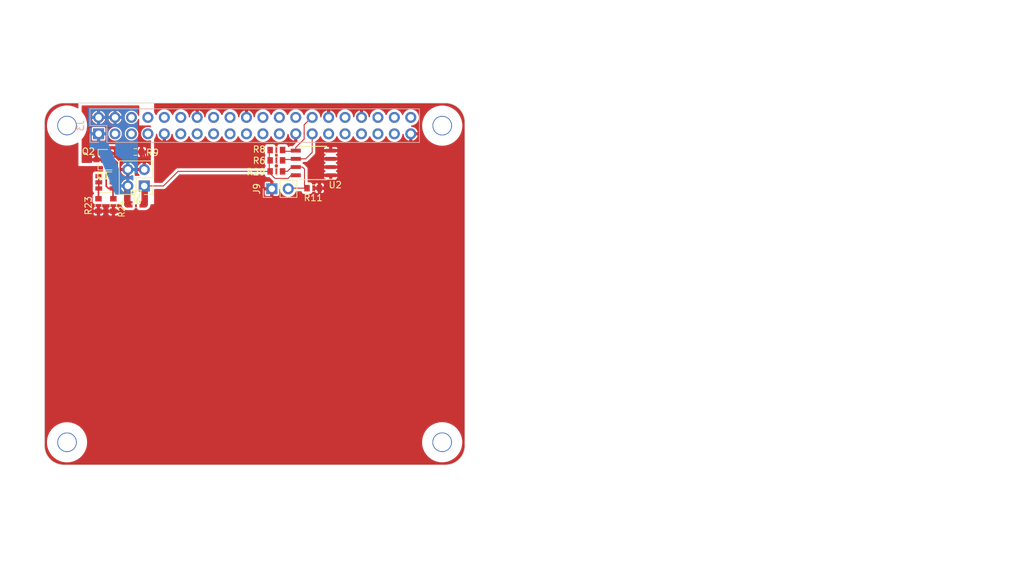
<source format=kicad_pcb>
(kicad_pcb (version 20221018) (generator pcbnew)
  (layers (0 "F.Cu" signal) (1 "In1.Cu" signal) (2 "In2.Cu" signal) (31 "B.Cu" signal) (34 "B.Paste" user) (35 "F.Paste" user) (36 "B.SilkS" user "B.Silkscreen") (37 "F.SilkS" user "F.Silkscreen") (38 "B.Mask" user) (39 "F.Mask" user) (44 "Edge.Cuts" user))
  (net 0 "")
  (net 1 "GND")
  (net 2 "/ID_SD_EEPROM")
  (net 3 "/ID_SC_EEPROM")
  (net 4 "Net-(Q1-Pad1)")
  (net 5 "Net-(Q2-Pad1)")
  (net 6 "/P3V3_HAT")
  (net 7 "/P5V_HAT")
  (net 8 "/P3V3")
  (net 9 "/P5V")
  (net 10 "Net-(J9-Pad2)")
  (net 11 "Net-(J3-Pad3)")
  (net 12 "Net-(J3-Pad5)")
  (net 13 "Net-(J3-Pad7)")
  (net 14 "Net-(J3-Pad8)")
  (net 15 "Net-(J3-Pad10)")
  (net 16 "Net-(J3-Pad11)")
  (net 17 "Net-(J3-Pad12)")
  (net 18 "Net-(J3-Pad13)")
  (net 19 "Net-(J3-Pad15)")
  (net 20 "Net-(J3-Pad16)")
  (net 21 "Net-(J3-Pad17)")
  (net 22 "Net-(J3-Pad18)")
  (net 23 "Net-(J3-Pad19)")
  (net 24 "Net-(J3-Pad21)")
  (net 25 "Net-(J3-Pad22)")
  (net 26 "Net-(J3-Pad23)")
  (net 27 "Net-(J3-Pad24)")
  (net 28 "Net-(J3-Pad26)")
  (net 29 "Net-(J3-Pad29)")
  (net 30 "Net-(J3-Pad31)")
  (net 31 "Net-(J3-Pad32)")
  (net 32 "Net-(J3-Pad33)")
  (net 33 "Net-(J3-Pad35)")
  (net 34 "Net-(J3-Pad36)")
  (net 35 "Net-(J3-Pad37)")
  (net 36 "Net-(J3-Pad38)")
  (net 37 "Net-(J3-Pad40)")
  (footprint "project_footprints:NPTH_3mm_ID" (layer "F.Cu") (at 82.04 64.31)
    (fp_text reference "H1" (at 0.06 0.09) (layer "F.SilkS"))
    (fp_text value "3mm_Mounting_Hole" hide)
    (pad "" np_thru_hole circle locked (at 0 0) (size 3 3) (drill 2.75) (layers "*.Cu" "*.Mask") (clearance 1.6))
  )
  (footprint "project_footprints:NPTH_3mm_ID" (layer "F.Cu") (at 140.04 64.33)
    (fp_text reference "H2" (at 0.06 0.09) (layer "F.SilkS"))
    (fp_text value "3mm_Mounting_Hole" hide)
    (pad "" np_thru_hole circle locked (at 0 0) (size 3 3) (drill 2.75) (layers "*.Cu" "*.Mask") (clearance 1.6))
  )
  (footprint "project_footprints:NPTH_3mm_ID" (layer "F.Cu") (at 82.04 113.32)
    (fp_text reference "H3" (at 0.06 0.09) (layer "F.SilkS"))
    (fp_text value "3mm_Mounting_Hole" hide)
    (pad "" np_thru_hole circle locked (at 0 0) (size 3 3) (drill 2.75) (layers "*.Cu" "*.Mask") (clearance 1.6))
  )
  (footprint "project_footprints:NPTH_3mm_ID" (layer "F.Cu") (at 140.03 113.31)
    (fp_text reference "H4" (at 0.06 0.09) (layer "F.SilkS"))
    (fp_text value "3mm_Mounting_Hole" hide)
    (pad "" np_thru_hole circle locked (at 0 0) (size 3 3) (drill 2.75) (layers "*.Cu" "*.Mask") (clearance 1.6))
  )
  (footprint "Resistor_SMD:R_0603_1608Metric_Pad0.84x1.00mm_HandSolder" (layer "F.Cu") (at 92.6 68.4)
    (fp_text reference "R9" (at 2.65 0.1) (layer "F.SilkS"))
    (fp_text value "DNP")
    (fp_line (start -0.22 -0.51) (end 0.22 -0.51) (stroke (width 0.12)) (layer "F.SilkS"))
    (fp_line (start -0.22 0.51) (end 0.22 0.51) (stroke (width 0.12)) (layer "F.SilkS"))
    (pad "1" smd rect (at -0.9625 0) (size 0.845 1) (layers "F.Cu" "F.Paste" "F.Mask") (net 7 "/P5V_HAT"))
    (pad "2" smd rect (at 0.9625 0) (size 0.845 1) (layers "F.Cu" "F.Paste" "F.Mask") (net 9 "/P5V"))
  )
  (footprint "Resistor_SMD:R_0603_1608Metric_Pad0.84x1.00mm_HandSolder" (layer "F.Cu") (at 92.7 76.5)
    (fp_text reference "R7" (at 0 -1.65) (layer "F.SilkS"))
    (fp_text value "DNP")
    (fp_line (start -0.22 -0.51) (end 0.22 -0.51) (stroke (width 0.12)) (layer "F.SilkS"))
    (fp_line (start -0.22 0.51) (end 0.22 0.51) (stroke (width 0.12)) (layer "F.SilkS"))
    (pad "1" smd rect (at -0.9625 0) (size 0.845 1) (layers "F.Cu" "F.Paste" "F.Mask") (net 6 "/P3V3_HAT"))
    (pad "2" smd rect (at 0.9625 0) (size 0.845 1) (layers "F.Cu" "F.Paste" "F.Mask") (net 8 "/P3V3"))
  )
  (footprint "Resistor_SMD:R_0603_1608Metric_Pad0.84x1.00mm_HandSolder" (layer "F.Cu") (at 114.4 68.1)
    (fp_text reference "R8" (at -2.65 -0.1) (layer "F.SilkS"))
    (fp_text value "3.9K")
    (fp_line (start -0.22 -0.51) (end 0.22 -0.51) (stroke (width 0.12)) (layer "F.SilkS"))
    (fp_line (start -0.22 0.51) (end 0.22 0.51) (stroke (width 0.12)) (layer "F.SilkS"))
    (pad "1" smd rect (at -0.9625 0) (size 0.845 1) (layers "F.Cu" "F.Paste" "F.Mask") (net 8 "/P3V3"))
    (pad "2" smd rect (at 0.9625 0) (size 0.845 1) (layers "F.Cu" "F.Paste" "F.Mask") (net 3 "/ID_SC_EEPROM"))
  )
  (footprint "Resistor_SMD:R_0603_1608Metric_Pad0.84x1.00mm_HandSolder" (layer "F.Cu") (at 120.1 74)
    (fp_text reference "R11" (at 0 1.5) (layer "F.SilkS"))
    (fp_text value "DNP")
    (fp_line (start -0.22 -0.51) (end 0.22 -0.51) (stroke (width 0.12)) (layer "F.SilkS"))
    (fp_line (start -0.22 0.51) (end 0.22 0.51) (stroke (width 0.12)) (layer "F.SilkS"))
    (pad "1" smd rect (at -0.9625 0) (size 0.845 1) (layers "F.Cu" "F.Paste" "F.Mask") (net 10 "Net-(J9-Pad2)"))
    (pad "2" smd rect (at 0.9625 0) (size 0.845 1) (layers "F.Cu" "F.Paste" "F.Mask") (net 1 "GND"))
  )
  (footprint "Resistor_SMD:R_0603_1608Metric_Pad0.84x1.00mm_HandSolder" (layer "F.Cu") (at 86.9 76.6 -90)
    (fp_text reference "R23" (at 0.108 1.556 90) (layer "F.SilkS"))
    (fp_text value "22")
    (fp_line (start -0.22 -0.51) (end 0.22 -0.51) (stroke (width 0.12)) (layer "F.SilkS"))
    (fp_line (start -0.22 0.51) (end 0.22 0.51) (stroke (width 0.12)) (layer "F.SilkS"))
    (pad "1" smd rect (at -0.9625 0 270) (size 0.845 1) (layers "F.Cu" "F.Paste" "F.Mask") (net 5 "Net-(Q2-Pad1)"))
    (pad "2" smd rect (at 0.9625 0 270) (size 0.845 1) (layers "F.Cu" "F.Paste" "F.Mask") (net 1 "GND"))
  )
  (footprint "Resistor_SMD:R_0603_1608Metric_Pad0.84x1.00mm_HandSolder" (layer "F.Cu") (at 89.2 76.6 -90)
    (fp_text reference "R24" (at 0.616 -1.3 270) (layer "F.SilkS") (effects (font (size 0.9 0.9) (thickness 0.13))))
    (fp_text value "22")
    (fp_line (start -0.22 -0.51) (end 0.22 -0.51) (stroke (width 0.12)) (layer "F.SilkS"))
    (fp_line (start -0.22 0.51) (end 0.22 0.51) (stroke (width 0.12)) (layer "F.SilkS"))
    (pad "1" smd rect (at -0.9625 0 270) (size 0.845 1) (layers "F.Cu" "F.Paste" "F.Mask") (net 4 "Net-(Q1-Pad1)"))
    (pad "2" smd rect (at 0.9625 0 270) (size 0.845 1) (layers "F.Cu" "F.Paste" "F.Mask") (net 1 "GND"))
  )
  (footprint "Resistor_SMD:R_0603_1608Metric_Pad0.84x1.00mm_HandSolder" (layer "F.Cu") (at 114.4 71.4)
    (fp_text reference "R29" (at -3.15 0.1) (layer "F.SilkS"))
    (fp_text value "10K")
    (fp_line (start -0.22 -0.51) (end 0.22 -0.51) (stroke (width 0.12)) (layer "F.SilkS"))
    (fp_line (start -0.22 0.51) (end 0.22 0.51) (stroke (width 0.12)) (layer "F.SilkS"))
    (pad "1" smd rect (at -0.9625 0) (size 0.845 1) (layers "F.Cu" "F.Paste" "F.Mask") (net 8 "/P3V3"))
    (pad "2" smd rect (at 0.9625 0) (size 0.845 1) (layers "F.Cu" "F.Paste" "F.Mask") (net 10 "Net-(J9-Pad2)"))
  )
  (footprint "Resistor_SMD:R_0603_1608Metric_Pad0.84x1.00mm_HandSolder" (layer "F.Cu") (at 114.4 69.7)
    (fp_text reference "R6" (at -2.65 0.05) (layer "F.SilkS"))
    (fp_text value "3.9K")
    (fp_line (start -0.22 -0.51) (end 0.22 -0.51) (stroke (width 0.12)) (layer "F.SilkS"))
    (fp_line (start -0.22 0.51) (end 0.22 0.51) (stroke (width 0.12)) (layer "F.SilkS"))
    (pad "1" smd rect (at -0.9625 0) (size 0.845 1) (layers "F.Cu" "F.Paste" "F.Mask") (net 8 "/P3V3"))
    (pad "2" smd rect (at 0.9625 0) (size 0.845 1) (layers "F.Cu" "F.Paste" "F.Mask") (net 2 "/ID_SD_EEPROM"))
  )
  (footprint "Package_TO_SOT_SMD:SOT-23-6" (layer "F.Cu") (at 88.05 73.1)
    (fp_text reference "Q2" (at -2.706 -4.774) (layer "F.SilkS"))
    (fp_text value "DMMT5401")
    (fp_line (start -0.9 1.61) (end 0.9 1.61) (stroke (width 0.12)) (layer "F.SilkS"))
    (fp_line (start 0.9 -1.61) (end -1.55 -1.61) (stroke (width 0.12)) (layer "F.SilkS"))
    (pad "1" smd rect (at -1.1 -0.95) (size 1.06 0.65) (layers "F.Cu" "F.Paste" "F.Mask") (net 5 "Net-(Q2-Pad1)"))
    (pad "2" smd rect (at -1.1 0) (size 1.06 0.65) (layers "F.Cu" "F.Paste" "F.Mask") (net 5 "Net-(Q2-Pad1)"))
    (pad "3" smd rect (at -1.1 0.95) (size 1.06 0.65) (layers "F.Cu" "F.Paste" "F.Mask") (net 5 "Net-(Q2-Pad1)"))
    (pad "4" smd rect (at 1.1 0.95) (size 1.06 0.65) (layers "F.Cu" "F.Paste" "F.Mask") (net 4 "Net-(Q1-Pad1)"))
    (pad "5" smd rect (at 1.1 0) (size 1.06 0.65) (layers "F.Cu" "F.Paste" "F.Mask") (net 7 "/P5V_HAT"))
    (pad "6" smd rect (at 1.1 -0.95) (size 1.06 0.65) (layers "F.Cu" "F.Paste" "F.Mask") (net 9 "/P5V"))
  )
  (footprint "Package_TO_SOT_SMD:SOT-23" (layer "F.Cu") (at 87.6 69.6 180)
    (fp_text reference "Q1" (at 0 -2.5 180) (layer "F.SilkS"))
    (fp_text value "DMG2305UX")
    (fp_line (start 0.76 -1.58) (end -1.4 -1.58) (stroke (width 0.12)) (layer "F.SilkS"))
    (fp_line (start 0.76 -1.58) (end 0.76 -0.65) (stroke (width 0.12)) (layer "F.SilkS"))
    (fp_line (start 0.76 1.58) (end -0.7 1.58) (stroke (width 0.12)) (layer "F.SilkS"))
    (fp_line (start 0.76 1.58) (end 0.76 0.65) (stroke (width 0.12)) (layer "F.SilkS"))
    (pad "1" smd rect (at -1 -0.95 180) (size 0.9 0.8) (layers "F.Cu" "F.Paste" "F.Mask") (net 4 "Net-(Q1-Pad1)"))
    (pad "2" smd rect (at -1 0.95 180) (size 0.9 0.8) (layers "F.Cu" "F.Paste" "F.Mask") (net 7 "/P5V_HAT"))
    (pad "3" smd rect (at 1 0 180) (size 0.9 0.8) (layers "F.Cu" "F.Paste" "F.Mask") (net 9 "/P5V"))
  )
  (footprint "Package_SOIC:SOIC-8_3.9x4.9mm_P1.27mm" (layer "F.Cu") (at 120.1 70.1 180)
    (fp_text reference "U2" (at -3.4 -3.4 180) (layer "F.SilkS"))
    (fp_text value "CAT24C32")
    (fp_line (start -2.075 -2.575) (end -2.075 -2.525) (stroke (width 0.15)) (layer "F.SilkS"))
    (fp_line (start -2.075 -2.575) (end 2.075 -2.575) (stroke (width 0.15)) (layer "F.SilkS"))
    (fp_line (start -2.075 -2.525) (end -3.475 -2.525) (stroke (width 0.15)) (layer "F.SilkS"))
    (fp_line (start -2.075 2.575) (end -2.075 2.43) (stroke (width 0.15)) (layer "F.SilkS"))
    (fp_line (start -2.075 2.575) (end 2.075 2.575) (stroke (width 0.15)) (layer "F.SilkS"))
    (fp_line (start 2.075 -2.575) (end 2.075 -2.43) (stroke (width 0.15)) (layer "F.SilkS"))
    (fp_line (start 2.075 2.575) (end 2.075 2.43) (stroke (width 0.15)) (layer "F.SilkS"))
    (pad "1" smd rect (at -2.7 -1.905 180) (size 1.55 0.6) (layers "F.Cu" "F.Paste" "F.Mask") (net 1 "GND"))
    (pad "2" smd rect (at -2.7 -0.635 180) (size 1.55 0.6) (layers "F.Cu" "F.Paste" "F.Mask") (net 1 "GND"))
    (pad "3" smd rect (at -2.7 0.635 180) (size 1.55 0.6) (layers "F.Cu" "F.Paste" "F.Mask") (net 1 "GND"))
    (pad "4" smd rect (at -2.7 1.905 180) (size 1.55 0.6) (layers "F.Cu" "F.Paste" "F.Mask") (net 1 "GND"))
    (pad "5" smd rect (at 2.7 1.905 180) (size 1.55 0.6) (layers "F.Cu" "F.Paste" "F.Mask") (net 3 "/ID_SC_EEPROM"))
    (pad "6" smd rect (at 2.7 0.635 180) (size 1.55 0.6) (layers "F.Cu" "F.Paste" "F.Mask") (net 2 "/ID_SD_EEPROM"))
    (pad "7" smd rect (at 2.7 -0.635 180) (size 1.55 0.6) (layers "F.Cu" "F.Paste" "F.Mask") (net 10 "Net-(J9-Pad2)"))
    (pad "8" smd rect (at 2.7 -1.905 180) (size 1.55 0.6) (layers "F.Cu" "F.Paste" "F.Mask") (net 8 "/P3V3"))
  )
  (footprint "Connector_PinHeader_2.54mm:PinHeader_2x02_P2.54mm_Vertical" (layer "F.Cu") (at 93.98 73.66 180)
    (fp_text reference "J6" (at 1.27 -2.33 180) (layer "F.SilkS"))
    (fp_text value "CONN_02X02")
    (fp_line (start -1.33 -1.33) (end 0 -1.33) (stroke (width 0.12)) (layer "F.SilkS"))
    (fp_line (start -1.33 0) (end -1.33 -1.33) (stroke (width 0.12)) (layer "F.SilkS"))
    (fp_line (start -1.33 1.27) (end -1.33 3.87) (stroke (width 0.12)) (layer "F.SilkS"))
    (fp_line (start -1.33 1.27) (end 1.27 1.27) (stroke (width 0.12)) (layer "F.SilkS"))
    (fp_line (start -1.33 3.87) (end 3.87 3.87) (stroke (width 0.12)) (layer "F.SilkS"))
    (fp_line (start 1.27 -1.33) (end 3.87 -1.33) (stroke (width 0.12)) (layer "F.SilkS"))
    (fp_line (start 1.27 1.27) (end 1.27 -1.33) (stroke (width 0.12)) (layer "F.SilkS"))
    (fp_line (start 3.87 -1.33) (end 3.87 3.87) (stroke (width 0.12)) (layer "F.SilkS"))
    (pad "1" thru_hole rect (at 0 0 180) (size 1.7 1.7) (drill 1) (layers "*.Cu" "*.Mask") (net 8 "/P3V3"))
    (pad "2" thru_hole oval (at 2.54 0 180) (size 1.7 1.7) (drill 1) (layers "*.Cu" "*.Mask") (net 6 "/P3V3_HAT"))
    (pad "3" thru_hole oval (at 0 2.54 180) (size 1.7 1.7) (drill 1) (layers "*.Cu" "*.Mask") (net 9 "/P5V"))
    (pad "4" thru_hole oval (at 2.54 2.54 180) (size 1.7 1.7) (drill 1) (layers "*.Cu" "*.Mask") (net 7 "/P5V_HAT"))
  )
  (footprint "Connector_PinHeader_2.54mm:PinHeader_1x02_P2.54mm_Vertical" (layer "F.Cu") (at 113.7 74.1 90)
    (fp_text reference "J9" (at 0 -2.33 90) (layer "F.SilkS"))
    (fp_text value "CONN_01X02")
    (fp_line (start -1.33 -1.33) (end 0 -1.33) (stroke (width 0.12)) (layer "F.SilkS"))
    (fp_line (start -1.33 0) (end -1.33 -1.33) (stroke (width 0.12)) (layer "F.SilkS"))
    (fp_line (start -1.33 1.27) (end -1.33 3.87) (stroke (width 0.12)) (layer "F.SilkS"))
    (fp_line (start -1.33 1.27) (end 1.33 1.27) (stroke (width 0.12)) (layer "F.SilkS"))
    (fp_line (start -1.33 3.87) (end 1.33 3.87) (stroke (width 0.12)) (layer "F.SilkS"))
    (fp_line (start 1.33 1.27) (end 1.33 3.87) (stroke (width 0.12)) (layer "F.SilkS"))
    (pad "1" thru_hole rect (at 0 0 90) (size 1.7 1.7) (drill 1) (layers "*.Cu" "*.Mask") (net 1 "GND"))
    (pad "2" thru_hole oval (at 0 2.54 90) (size 1.7 1.7) (drill 1) (layers "*.Cu" "*.Mask") (net 10 "Net-(J9-Pad2)"))
  )
  (footprint "Connector_PinSocket_2.54mm:PinSocket_2x20_P2.54mm_Vertical" (layer "B.Cu") (at 86.92 65.59 -90)
    (fp_text reference "J3" (at -1.27 2.77 270) (layer "B.SilkS") (effects (justify mirror)))
    (fp_text value "40HAT")
    (fp_line (start -3.87 -49.59) (end 1.33 -49.59) (stroke (width 0.12)) (layer "B.SilkS"))
    (fp_line (start -3.87 1.33) (end -3.87 -49.59) (stroke (width 0.12)) (layer "B.SilkS"))
    (fp_line (start -3.87 1.33) (end -1.27 1.33) (stroke (width 0.12)) (layer "B.SilkS"))
    (fp_line (start -1.27 -1.27) (end 1.33 -1.27) (stroke (width 0.12)) (layer "B.SilkS"))
    (fp_line (start -1.27 1.33) (end -1.27 -1.27) (stroke (width 0.12)) (layer "B.SilkS"))
    (fp_line (start 0 1.33) (end 1.33 1.33) (stroke (width 0.12)) (layer "B.SilkS"))
    (fp_line (start 1.33 -1.27) (end 1.33 -49.59) (stroke (width 0.12)) (layer "B.SilkS"))
    (fp_line (start 1.33 1.33) (end 1.33 0) (stroke (width 0.12)) (layer "B.SilkS"))
    (pad "1" thru_hole rect locked (at 0 0 270) (size 1.7 1.7) (drill 1) (layers "*.Cu" "*.Mask") (net 6 "/P3V3_HAT"))
    (pad "2" thru_hole oval locked (at -2.54 0 270) (size 1.7 1.7) (drill 1) (layers "*.Cu" "*.Mask") (net 7 "/P5V_HAT"))
    (pad "3" thru_hole oval locked (at 0 -2.54 270) (size 1.7 1.7) (drill 1) (layers "*.Cu" "*.Mask") (net 11 "Net-(J3-Pad3)"))
    (pad "4" thru_hole oval locked (at -2.54 -2.54 270) (size 1.7 1.7) (drill 1) (layers "*.Cu" "*.Mask") (net 7 "/P5V_HAT"))
    (pad "5" thru_hole oval locked (at 0 -5.08 270) (size 1.7 1.7) (drill 1) (layers "*.Cu" "*.Mask") (net 12 "Net-(J3-Pad5)"))
    (pad "6" thru_hole oval locked (at -2.54 -5.08 270) (size 1.7 1.7) (drill 1) (layers "*.Cu" "*.Mask") (net 1 "GND"))
    (pad "7" thru_hole oval locked (at 0 -7.62 270) (size 1.7 1.7) (drill 1) (layers "*.Cu" "*.Mask") (net 13 "Net-(J3-Pad7)"))
    (pad "8" thru_hole oval locked (at -2.54 -7.62 270) (size 1.7 1.7) (drill 1) (layers "*.Cu" "*.Mask") (net 14 "Net-(J3-Pad8)"))
    (pad "9" thru_hole oval locked (at 0 -10.16 270) (size 1.7 1.7) (drill 1) (layers "*.Cu" "*.Mask") (net 1 "GND"))
    (pad "10" thru_hole oval locked (at -2.54 -10.16 270) (size 1.7 1.7) (drill 1) (layers "*.Cu" "*.Mask") (net 15 "Net-(J3-Pad10)"))
    (pad "11" thru_hole oval locked (at 0 -12.7 270) (size 1.7 1.7) (drill 1) (layers "*.Cu" "*.Mask") (net 16 "Net-(J3-Pad11)"))
    (pad "12" thru_hole oval locked (at -2.54 -12.7 270) (size 1.7 1.7) (drill 1) (layers "*.Cu" "*.Mask") (net 17 "Net-(J3-Pad12)"))
    (pad "13" thru_hole oval locked (at 0 -15.24 270) (size 1.7 1.7) (drill 1) (layers "*.Cu" "*.Mask") (net 18 "Net-(J3-Pad13)"))
    (pad "14" thru_hole oval locked (at -2.54 -15.24 270) (size 1.7 1.7) (drill 1) (layers "*.Cu" "*.Mask") (net 1 "GND"))
    (pad "15" thru_hole oval locked (at 0 -17.78 270) (size 1.7 1.7) (drill 1) (layers "*.Cu" "*.Mask") (net 19 "Net-(J3-Pad15)"))
    (pad "16" thru_hole oval locked (at -2.54 -17.78 270) (size 1.7 1.7) (drill 1) (layers "*.Cu" "*.Mask") (net 20 "Net-(J3-Pad16)"))
    (pad "17" thru_hole oval locked (at 0 -20.32 270) (size 1.7 1.7) (drill 1) (layers "*.Cu" "*.Mask") (net 21 "Net-(J3-Pad17)"))
    (pad "18" thru_hole oval locked (at -2.54 -20.32 270) (size 1.7 1.7) (drill 1) (layers "*.Cu" "*.Mask") (net 22 "Net-(J3-Pad18)"))
    (pad "19" thru_hole oval locked (at 0 -22.86 270) (size 1.7 1.7) (drill 1) (layers "*.Cu" "*.Mask") (net 23 "Net-(J3-Pad19)"))
    (pad "20" thru_hole oval locked (at -2.54 -22.86 270) (size 1.7 1.7) (drill 1) (layers "*.Cu" "*.Mask") (net 1 "GND"))
    (pad "21" thru_hole oval locked (at 0 -25.4 270) (size 1.7 1.7) (drill 1) (layers "*.Cu" "*.Mask") (net 24 "Net-(J3-Pad21)"))
    (pad "22" thru_hole oval locked (at -2.54 -25.4 270) (size 1.7 1.7) (drill 1) (layers "*.Cu" "*.Mask") (net 25 "Net-(J3-Pad22)"))
    (pad "23" thru_hole oval locked (at 0 -27.94 270) (size 1.7 1.7) (drill 1) (layers "*.Cu" "*.Mask") (net 26 "Net-(J3-Pad23)"))
    (pad "24" thru_hole oval locked (at -2.54 -27.94 270) (size 1.7 1.7) (drill 1) (layers "*.Cu" "*.Mask") (net 27 "Net-(J3-Pad24)"))
    (pad "25" thru_hole oval locked (at 0 -30.48 270) (size 1.7 1.7) (drill 1) (layers "*.Cu" "*.Mask") (net 1 "GND"))
    (pad "26" thru_hole oval locked (at -2.54 -30.48 270) (size 1.7 1.7) (drill 1) (layers "*.Cu" "*.Mask") (net 28 "Net-(J3-Pad26)"))
    (pad "27" thru_hole oval locked (at 0 -33.02 270) (size 1.7 1.7) (drill 1) (layers "*.Cu" "*.Mask") (net 2 "/ID_SD_EEPROM"))
    (pad "28" thru_hole oval locked (at -2.54 -33.02 270) (size 1.7 1.7) (drill 1) (layers "*.Cu" "*.Mask") (net 3 "/ID_SC_EEPROM"))
    (pad "29" thru_hole oval locked (at 0 -35.56 270) (size 1.7 1.7) (drill 1) (layers "*.Cu" "*.Mask") (net 29 "Net-(J3-Pad29)"))
    (pad "30" thru_hole oval locked (at -2.54 -35.56 270) (size 1.7 1.7) (drill 1) (layers "*.Cu" "*.Mask") (net 1 "GND"))
    (pad "31" thru_hole oval locked (at 0 -38.1 270) (size 1.7 1.7) (drill 1) (layers "*.Cu" "*.Mask") (net 30 "Net-(J3-Pad31)"))
    (pad "32" thru_hole oval locked (at -2.54 -38.1 270) (size 1.7 1.7) (drill 1) (layers "*.Cu" "*.Mask") (net 31 "Net-(J3-Pad32)"))
    (pad "33" thru_hole oval locked (at 0 -40.64 270) (size 1.7 1.7) (drill 1) (layers "*.Cu" "*.Mask") (net 32 "Net-(J3-Pad33)"))
    (pad "34" thru_hole oval locked (at -2.54 -40.64 270) (size 1.7 1.7) (drill 1) (layers "*.Cu" "*.Mask") (net 1 "GND"))
    (pad "35" thru_hole oval locked (at 0 -43.18 270) (size 1.7 1.7) (drill 1) (layers "*.Cu" "*.Mask") (net 33 "Net-(J3-Pad35)"))
    (pad "36" thru_hole oval locked (at -2.54 -43.18 270) (size 1.7 1.7) (drill 1) (layers "*.Cu" "*.Mask") (net 34 "Net-(J3-Pad36)"))
    (pad "37" thru_hole oval locked (at 0 -45.72 270) (size 1.7 1.7) (drill 1) (layers "*.Cu" "*.Mask") (net 35 "Net-(J3-Pad37)"))
    (pad "38" thru_hole oval locked (at -2.54 -45.72 270) (size 1.7 1.7) (drill 1) (layers "*.Cu" "*.Mask") (net 36 "Net-(J3-Pad38)"))
    (pad "39" thru_hole oval locked (at 0 -48.26 270) (size 1.7 1.7) (drill 1) (layers "*.Cu" "*.Mask") (net 1 "GND"))
    (pad "40" thru_hole oval locked (at -2.54 -48.26 270) (size 1.7 1.7) (drill 1) (layers "*.Cu" "*.Mask") (net 37 "Net-(J3-Pad40)"))
  )
  (gr_arc (start 140.546356 60.817611) (mid 142.667676 61.696291) (end 143.546356 63.817611) (stroke (width 0.1)) (layer "Edge.Cuts"))
  (gr_line (start 81.546356 116.817611) (end 140.546356 116.817611) (stroke (width 0.1)) (layer "Edge.Cuts"))
  (gr_line (start 78.546356 63.817611) (end 78.546356 113.817611) (stroke (width 0.1)) (layer "Edge.Cuts"))
  (gr_arc (start 78.546356 63.817611) (mid 79.425036 61.696291) (end 81.546356 60.817611) (stroke (width 0.1)) (layer "Edge.Cuts"))
  (gr_arc (start 81.546356 116.817611) (mid 79.425036 115.938931) (end 78.546356 113.817611) (stroke (width 0.1)) (layer "Edge.Cuts"))
  (gr_line (start 140.546356 60.817611) (end 81.546356 60.817611) (stroke (width 0.1)) (layer "Edge.Cuts"))
  (gr_line (start 143.546356 113.817611) (end 143.546356 63.817611) (stroke (width 0.1)) (layer "Edge.Cuts"))
  (gr_arc (start 143.546351 113.822847) (mid 142.665824 115.940781) (end 140.546356 116.817611) (stroke (width 0.1)) (layer "Edge.Cuts"))
  (segment (start 115.635 69.565) (end 115.5 69.7) (width 0.15) (layer "F.Cu") (net 2))
  (segment (start 119.94 68.46) (end 118.935 69.465) (width 0.15) (layer "F.Cu") (net 2))
  (segment (start 118.935 69.465) (end 117.4 69.465) (width 0.15) (layer "F.Cu") (net 2))
  (segment (start 117.34 69.565) (end 118.135 69.565) (width 0.25) (layer "F.Cu") (net 2))
  (segment (start 117.34 69.565) (end 115.635 69.565) (width 0.15) (layer "F.Cu") (net 2))
  (segment (start 119.94 65.59) (end 119.94 68.46) (width 0.15) (layer "F.Cu") (net 2))
  (segment (start 119.94 66.06) (end 119.94 65.59) (width 0.25) (layer "B.Cu") (net 2))
  (segment (start 115.695 68.295) (end 115.5 68.1) (width 0.15) (layer "F.Cu") (net 3))
  (segment (start 119.85 63.05) (end 118.7 64.2) (width 0.15) (layer "F.Cu") (net 3))
  (segment (start 118.7 64.2) (end 118.7 66.4) (width 0.15) (layer "F.Cu") (net 3))
  (segment (start 118.7 66.4) (end 117.4 67.7) (width 0.15) (layer "F.Cu") (net 3))
  (segment (start 117.4 67.7) (end 117.4 68.195) (width 0.15) (layer "F.Cu") (net 3))
  (segment (start 119.94 63.05) (end 119.85 63.05) (width 0.15) (layer "F.Cu") (net 3))
  (segment (start 117.34 68.295) (end 115.695 68.295) (width 0.15) (layer "F.Cu") (net 3))
  (segment (start 89.15 75.45) (end 89.2 75.5) (width 0.25) (layer "F.Cu") (net 4))
  (segment (start 88.1 71.7) (end 88.1 73.7) (width 0.25) (layer "F.Cu") (net 4))
  (segment (start 88.60076 70.55) (end 88.60076 71.19924) (width 0.25) (layer "F.Cu") (net 4))
  (segment (start 88.1 73.7) (end 88.45 74.05) (width 0.25) (layer "F.Cu") (net 4))
  (segment (start 88.45 74.05) (end 89.15 74.05) (width 0.25) (layer "F.Cu") (net 4))
  (segment (start 88.60076 71.19924) (end 88.1 71.7) (width 0.25) (layer "F.Cu") (net 4))
  (segment (start 89.15 74.05) (end 89.15 75.45) (width 0.25) (layer "F.Cu") (net 4))
  (segment (start 86.95 73.1) (end 86.95 74.05) (width 0.25) (layer "F.Cu") (net 5))
  (segment (start 86.95 74.05) (end 86.9 74.1) (width 0.25) (layer "F.Cu") (net 5))
  (segment (start 86.9 74.1) (end 86.9 75.5) (width 0.25) (layer "F.Cu") (net 5))
  (segment (start 86.95 72.15) (end 86.95 73.1) (width 0.25) (layer "F.Cu") (net 5))
  (segment (start 91.35 73.75) (end 91.44 73.66) (width 0.25) (layer "F.Cu") (net 6))
  (segment (start 91.35 76.5) (end 91.35 73.75) (width 1) (layer "F.Cu") (net 6))
  (segment (start 89.9 73.1) (end 90.6 72.4) (width 0.15) (layer "F.Cu") (net 7))
  (segment (start 90.6 72.4) (end 91.2 72.4) (width 0.15) (layer "F.Cu") (net 7))
  (segment (start 91.2 72.4) (end 91.44 72.16) (width 0.15) (layer "F.Cu") (net 7))
  (segment (start 91.44 72.16) (end 91.44 71.12) (width 0.15) (layer "F.Cu") (net 7))
  (segment (start 89.15 73.1) (end 89.9 73.1) (width 0.15) (layer "F.Cu") (net 7))
  (segment (start 88.7 68.65) (end 88.7 68.6) (width 0.6) (layer "F.Cu") (net 7))
  (segment (start 94.05 73.73) (end 93.98 73.66) (width 0.15) (layer "F.Cu") (net 8))
  (segment (start 113.3 69.7) (end 113.3 71.4) (width 0.15) (layer "F.Cu") (net 8))
  (segment (start 116.695 72.005) (end 116.2 72.5) (width 0.15) (layer "F.Cu") (net 8))
  (segment (start 116.2 72.5) (end 114.2 72.5) (width 0.15) (layer "F.Cu") (net 8))
  (segment (start 114.2 72.5) (end 113.3 71.6) (width 0.15) (layer "F.Cu") (net 8))
  (segment (start 113.3 71.6) (end 113.3 71.4) (width 0.15) (layer "F.Cu") (net 8))
  (segment (start 99.2 71.4) (end 96.94 73.66) (width 0.15) (layer "F.Cu") (net 8))
  (segment (start 96.94 73.66) (end 93.98 73.66) (width 0.15) (layer "F.Cu") (net 8))
  (segment (start 117.4 72.005) (end 116.695 72.005) (width 0.15) (layer "F.Cu") (net 8))
  (segment (start 113.3 71.4) (end 99.2 71.4) (width 0.15) (layer "F.Cu") (net 8))
  (segment (start 94.05 76.5) (end 94.05 73.73) (width 1) (layer "F.Cu") (net 8))
  (segment (start 113.3 68.1) (end 113.3 69.7) (width 0.15) (layer "F.Cu") (net 8))
  (segment (start 93.98 68.43) (end 93.95 68.4) (width 0.25) (layer "F.Cu") (net 9))
  (segment (start 87.75 69.6) (end 86.5 69.6) (width 0.25) (layer "F.Cu") (net 9))
  (segment (start 89.15 72.15) (end 89.35 72.15) (width 0.25) (layer "F.Cu") (net 9))
  (segment (start 89.8 70.05) (end 89.35 69.6) (width 0.25) (layer "F.Cu") (net 9))
  (segment (start 89.35 72.15) (end 89.8 71.7) (width 0.25) (layer "F.Cu") (net 9))
  (segment (start 93.98 71.12) (end 93.98 68.43) (width 0.25) (layer "F.Cu") (net 9))
  (segment (start 89.35 69.6) (end 87.75 69.6) (width 0.25) (layer "F.Cu") (net 9))
  (segment (start 89.8 71.7) (end 89.8 70.05) (width 0.25) (layer "F.Cu") (net 9))
  (segment (start 116.64 74) (end 116.24 74.4) (width 0.15) (layer "F.Cu") (net 10))
  (segment (start 116.765 70.735) (end 116.1 71.4) (width 0.15) (layer "F.Cu") (net 10))
  (segment (start 116.1 71.4) (end 115.5 71.4) (width 0.15) (layer "F.Cu") (net 10))
  (segment (start 118.75 71.05) (end 118.435 70.735) (width 0.15) (layer "F.Cu") (net 10))
  (segment (start 118.435 70.735) (end 117.4 70.735) (width 0.15) (layer "F.Cu") (net 10))
  (segment (start 115.5 71.4) (end 115.8 71.4) (width 0.15) (layer "F.Cu") (net 10))
  (segment (start 118.75 74) (end 118.75 71.05) (width 0.15) (layer "F.Cu") (net 10))
  (segment (start 118.75 74) (end 116.64 74) (width 0.15) (layer "F.Cu") (net 10))
  (segment (start 117.4 70.735) (end 116.765 70.735) (width 0.15) (layer "F.Cu") (net 10))
  (zone (net 1) (net_name "GND") (layer "F.Cu") (connect_pads (clearance 0.4)) (min_thickness 0.2) (fill yes (thermal_gap 0.25) (thermal_bridge_width 0.508))
    (polygon (pts (xy 144.1 133.38) (xy 77.6 133.38) (xy 77.6 59.08) (xy 144.1 59.08)))
    (polygon (pts (xy 83.8 60.38) (xy 83.8 70.58) (xy 87.6 70.58) (xy 87.6 76.48) (xy 95.5 76.48) (xy 95.5 70.58) (xy 95.5 67.28) (xy 95.5 60.38)))
  )
  (zone (net 7) (net_name "/P5V_HAT") (layer "F.Cu") (connect_pads (clearance 0.2)) (min_thickness 0.2) (fill yes (thermal_gap 0.25) (thermal_bridge_width 0.508))
    (polygon (pts (xy 91.8 72.7) (xy 90.5 73.4) (xy 89.6 73.4) (xy 89.5 73.5) (xy 88 67.5) (xy 91.8 67.5)))
  )
  (zone (net 9) (net_name "/P5V") (layer "F.Cu") (connect_pads (clearance 0.2)) (min_thickness 0.2) (fill yes (thermal_gap 0.25) (thermal_bridge_width 0.508))
    (polygon (pts (xy 93.2 64.3) (xy 95 64.3) (xy 95 72.1) (xy 92.5 72.1) (xy 92.5 67.2) (xy 87.6 67.2) (xy 87.6 70.1) (xy 84.3 70.1) (xy 84.3 61.2) (xy 93.2 61.2)))
  )
  (zone (net 6) (net_name "/P3V3_HAT") (layer "B.Cu") (connect_pads (clearance 0.2)) (min_thickness 0.2) (fill yes (thermal_gap 0.25) (thermal_bridge_width 0.508))
    (polygon (pts (xy 88.5 67.3) (xy 90.5 72) (xy 92.3 72) (xy 92.3 75) (xy 89.5 75) (xy 86.7 68.1) (xy 85.5 68.1) (xy 85.5 64.7) (xy 86.4 64.7) (xy 88.5 64.7)))
  )
  (zone (net 7) (net_name "/P5V_HAT") (layer "B.Cu") (connect_pads (clearance 0.2)) (min_thickness 0.2) (fill yes (thermal_gap 0.25) (thermal_bridge_width 0.508))
    (polygon (pts (xy 93 71.7) (xy 91.2 71.7) (xy 90.5 69.5) (xy 89.5 68.9) (xy 89.5 64.5) (xy 85.3 64.5) (xy 85.3 61.5) (xy 93 61.5)))
  )
)
</source>
